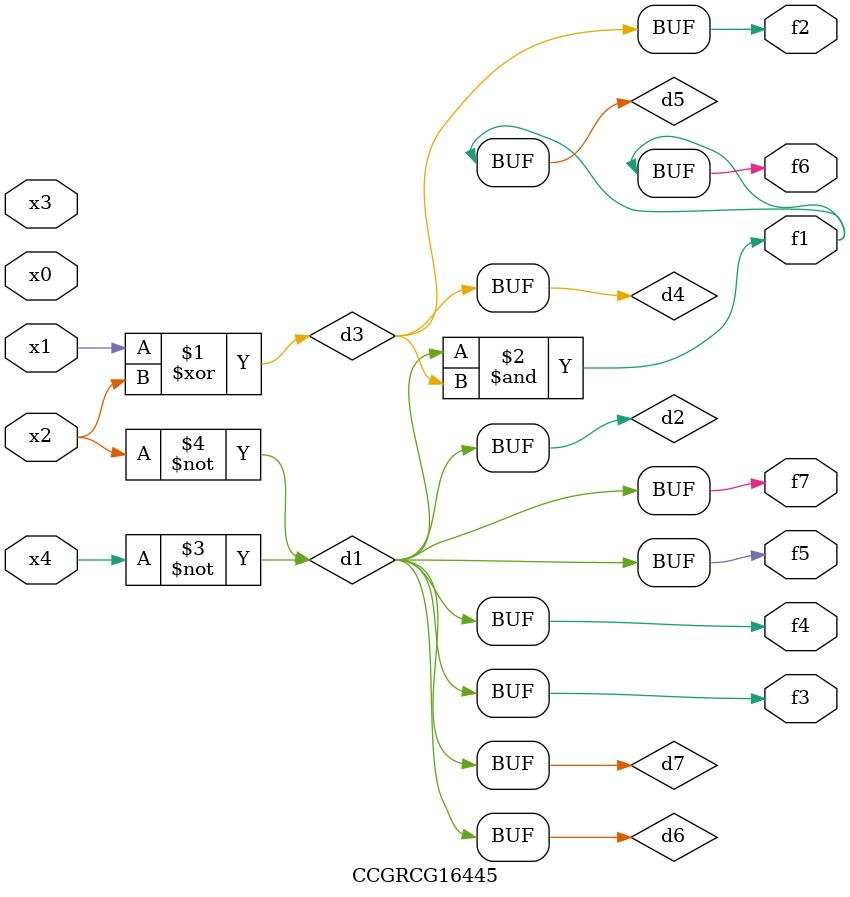
<source format=v>
module CCGRCG16445(
	input x0, x1, x2, x3, x4,
	output f1, f2, f3, f4, f5, f6, f7
);

	wire d1, d2, d3, d4, d5, d6, d7;

	not (d1, x4);
	not (d2, x2);
	xor (d3, x1, x2);
	buf (d4, d3);
	and (d5, d1, d3);
	buf (d6, d1, d2);
	buf (d7, d2);
	assign f1 = d5;
	assign f2 = d4;
	assign f3 = d7;
	assign f4 = d7;
	assign f5 = d7;
	assign f6 = d5;
	assign f7 = d7;
endmodule

</source>
